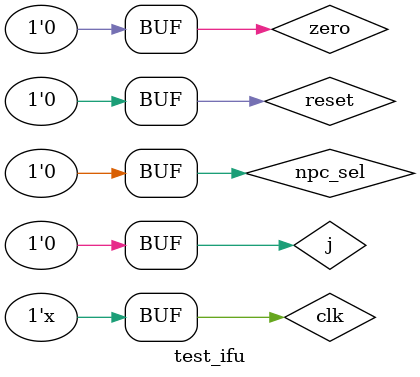
<source format=v>
module test_ifu;
  reg clk, reset, npc_sel, zero, j;
  wire [15:0] imm16;
  wire [31:0] insout;
  wire [5:0] opcode;
  wire [5:0] funct;
  wire [4:0] rs;
  wire [4:0] rt;
  wire [4:0] rd;
  
ifu it1(clk, reset, npc_sel, zero, insout, j, opcode, rs, rt, rd, funct, imm16);
    
  initial
  begin
    clk = 1;
    reset = 0;
    npc_sel = 0;
    zero = 0;
    j = 0;
    #5 reset = 1;
    #5 reset = 0;
    
    //$readmemh("code.txt", it1.im);
    //#30 npc_sel = 1; zero = 1;
    //#30 npc_sel = 0; zero = 0;
    
    
  end
  
  always
   #30 clk = ~clk;
   
endmodule
 
  




</source>
